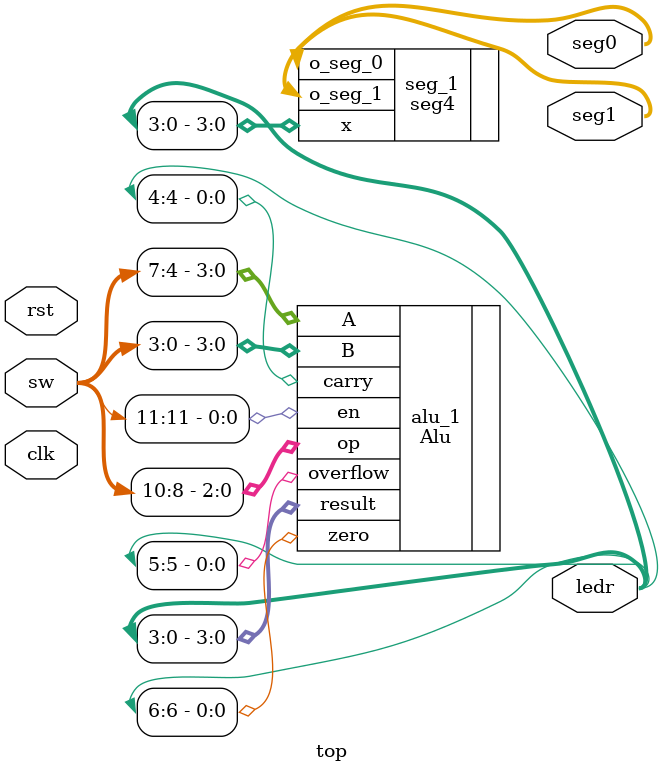
<source format=v>
module top (
    input clk,
    input rst,
    // {en, op[2:0], A[3:0], B[3:0]}
    input [11:0] sw,
    // {zero, overflow, carry, result[3:0]}
    output [6:0] ledr,
    // result in dec
    output [7:0] seg0,
    // flag
    output [7:0] seg1
);

Alu #(.N(4)) alu_1(
    .en(sw[11]),
    .op(sw[10:8]),
    .A(sw[7:4]),
    .B(sw[3:0]),
    .result(ledr[3:0]),
    .carry(ledr[4]),
    .overflow(ledr[5]),
    .zero(ledr[6])
);

seg4 seg_1(
    .x(ledr[3:0]),
    .o_seg_0(seg0),
    .o_seg_1(seg1)
);

endmodule

</source>
